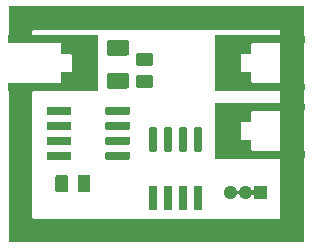
<source format=gbr>
G04 #@! TF.GenerationSoftware,KiCad,Pcbnew,5.1.5*
G04 #@! TF.CreationDate,2020-06-30T22:23:49+09:00*
G04 #@! TF.ProjectId,teabiscuits,74656162-6973-4637-9569-74732e6b6963,rev?*
G04 #@! TF.SameCoordinates,Original*
G04 #@! TF.FileFunction,Soldermask,Top*
G04 #@! TF.FilePolarity,Negative*
%FSLAX46Y46*%
G04 Gerber Fmt 4.6, Leading zero omitted, Abs format (unit mm)*
G04 Created by KiCad (PCBNEW 5.1.5) date 2020-06-30 22:23:49*
%MOMM*%
%LPD*%
G04 APERTURE LIST*
%ADD10C,0.100000*%
G04 APERTURE END LIST*
D10*
G36*
X177000000Y-128134903D02*
G01*
X177002402Y-128159289D01*
X177009515Y-128182738D01*
X177021066Y-128204349D01*
X177028880Y-128213870D01*
X177028425Y-128214243D01*
X177042610Y-128231528D01*
X177047348Y-128240392D01*
X177050263Y-128250001D01*
X177051852Y-128266140D01*
X177051852Y-128803860D01*
X177050263Y-128819999D01*
X177047348Y-128829608D01*
X177042610Y-128838472D01*
X177028742Y-128855370D01*
X177028653Y-128855459D01*
X177028577Y-128855571D01*
X177028425Y-128855757D01*
X177028443Y-128855771D01*
X177014967Y-128875786D01*
X177005511Y-128898392D01*
X177000646Y-128922408D01*
X177000000Y-128935097D01*
X177000000Y-132184903D01*
X177002402Y-132209289D01*
X177009515Y-132232738D01*
X177021066Y-132254349D01*
X177028880Y-132263870D01*
X177028425Y-132264243D01*
X177042610Y-132281528D01*
X177047348Y-132290392D01*
X177050263Y-132300001D01*
X177051852Y-132316140D01*
X177051852Y-132853860D01*
X177050263Y-132869999D01*
X177047348Y-132879608D01*
X177042610Y-132888472D01*
X177028742Y-132905370D01*
X177028653Y-132905459D01*
X177028577Y-132905571D01*
X177028425Y-132905757D01*
X177028443Y-132905771D01*
X177014967Y-132925786D01*
X177005511Y-132948392D01*
X177000646Y-132972408D01*
X177000000Y-132985097D01*
X177000000Y-133874903D01*
X177002402Y-133899289D01*
X177009515Y-133922738D01*
X177021066Y-133944349D01*
X177028880Y-133953870D01*
X177028425Y-133954243D01*
X177042610Y-133971528D01*
X177047348Y-133980392D01*
X177050263Y-133990001D01*
X177051852Y-134006140D01*
X177051852Y-134543860D01*
X177050263Y-134559999D01*
X177047348Y-134569608D01*
X177042610Y-134578472D01*
X177028742Y-134595370D01*
X177028653Y-134595459D01*
X177028577Y-134595571D01*
X177028425Y-134595757D01*
X177028443Y-134595771D01*
X177014967Y-134615786D01*
X177005511Y-134638392D01*
X177000646Y-134662408D01*
X177000000Y-134675097D01*
X177000000Y-137924903D01*
X177002402Y-137949289D01*
X177009515Y-137972738D01*
X177021066Y-137994349D01*
X177028880Y-138003870D01*
X177028425Y-138004243D01*
X177042610Y-138021528D01*
X177047348Y-138030392D01*
X177050263Y-138040001D01*
X177051852Y-138056140D01*
X177051852Y-138593860D01*
X177050263Y-138609999D01*
X177047348Y-138619608D01*
X177042610Y-138628472D01*
X177028742Y-138645370D01*
X177028653Y-138645459D01*
X177028577Y-138645571D01*
X177028425Y-138645757D01*
X177028443Y-138645771D01*
X177014967Y-138665786D01*
X177005511Y-138688392D01*
X177000646Y-138712408D01*
X177000000Y-138725097D01*
X177000000Y-145750000D01*
X152000000Y-145750000D01*
X152000000Y-132985097D01*
X151997598Y-132960711D01*
X151990485Y-132937262D01*
X151978934Y-132915651D01*
X151971120Y-132906130D01*
X151971575Y-132905757D01*
X151957390Y-132888472D01*
X151952652Y-132879608D01*
X151949737Y-132869999D01*
X151948148Y-132853860D01*
X151948148Y-132316140D01*
X151949737Y-132300001D01*
X151952652Y-132290392D01*
X151957390Y-132281528D01*
X151963763Y-132273763D01*
X151971528Y-132267390D01*
X151980392Y-132262652D01*
X151990001Y-132259737D01*
X152006140Y-132258148D01*
X156323149Y-132258148D01*
X156347535Y-132255746D01*
X156370984Y-132248633D01*
X156392595Y-132237082D01*
X156411537Y-132221537D01*
X156427082Y-132202595D01*
X156438633Y-132180984D01*
X156445746Y-132157535D01*
X156448148Y-132133149D01*
X156448148Y-131386140D01*
X156449737Y-131370001D01*
X156452652Y-131360392D01*
X156457390Y-131351528D01*
X156463763Y-131343763D01*
X156471528Y-131337390D01*
X156480392Y-131332652D01*
X156490001Y-131329737D01*
X156506140Y-131328148D01*
X157224001Y-131328148D01*
X157248387Y-131325746D01*
X157271836Y-131318633D01*
X157293447Y-131307082D01*
X157312389Y-131291537D01*
X157327934Y-131272595D01*
X157339485Y-131250984D01*
X157346598Y-131227535D01*
X157349000Y-131203149D01*
X157349000Y-129916851D01*
X157346598Y-129892465D01*
X157339485Y-129869016D01*
X157327934Y-129847405D01*
X157312389Y-129828463D01*
X157293447Y-129812918D01*
X157271836Y-129801367D01*
X157248387Y-129794254D01*
X157224001Y-129791852D01*
X156506140Y-129791852D01*
X156490001Y-129790263D01*
X156480392Y-129787348D01*
X156471528Y-129782610D01*
X156463763Y-129776237D01*
X156457390Y-129768472D01*
X156452652Y-129759608D01*
X156449737Y-129749999D01*
X156448148Y-129733860D01*
X156448148Y-128986851D01*
X156445746Y-128962465D01*
X156438633Y-128939016D01*
X156427082Y-128917405D01*
X156411537Y-128898463D01*
X156392595Y-128882918D01*
X156370984Y-128871367D01*
X156347535Y-128864254D01*
X156323149Y-128861852D01*
X152006140Y-128861852D01*
X151990001Y-128860263D01*
X151980392Y-128857348D01*
X151971528Y-128852610D01*
X151963763Y-128846237D01*
X151957390Y-128838472D01*
X151952652Y-128829608D01*
X151949737Y-128819999D01*
X151948148Y-128803860D01*
X151948148Y-128266140D01*
X151949737Y-128250001D01*
X151952652Y-128240392D01*
X151957390Y-128231528D01*
X151971258Y-128214630D01*
X151971347Y-128214541D01*
X151971423Y-128214429D01*
X151971575Y-128214243D01*
X151971557Y-128214229D01*
X151985033Y-128194214D01*
X151994489Y-128171608D01*
X151999354Y-128147592D01*
X152000000Y-128134903D01*
X152000000Y-127874999D01*
X154000000Y-127874999D01*
X154000000Y-128083149D01*
X154002402Y-128107535D01*
X154009515Y-128130984D01*
X154021066Y-128152595D01*
X154036611Y-128171537D01*
X154055553Y-128187082D01*
X154077164Y-128198633D01*
X154100613Y-128205746D01*
X154124999Y-128208148D01*
X159493860Y-128208148D01*
X159509999Y-128209737D01*
X159519608Y-128212652D01*
X159528472Y-128217390D01*
X159536237Y-128223763D01*
X159542610Y-128231528D01*
X159547348Y-128240392D01*
X159550263Y-128250001D01*
X159551852Y-128266140D01*
X159551852Y-129733860D01*
X159550263Y-129749999D01*
X159547347Y-129759611D01*
X159539080Y-129775077D01*
X159529702Y-129797715D01*
X159524922Y-129821749D01*
X159524922Y-129846253D01*
X159529702Y-129870286D01*
X159539080Y-129892925D01*
X159551000Y-129910765D01*
X159551000Y-131209712D01*
X159545386Y-131216553D01*
X159533835Y-131238164D01*
X159526722Y-131261613D01*
X159524320Y-131285999D01*
X159526722Y-131310385D01*
X159533835Y-131333834D01*
X159539080Y-131344923D01*
X159547347Y-131360389D01*
X159550263Y-131370001D01*
X159551852Y-131386140D01*
X159551852Y-132853860D01*
X159550263Y-132869999D01*
X159547348Y-132879608D01*
X159542610Y-132888472D01*
X159536237Y-132896237D01*
X159528472Y-132902610D01*
X159519608Y-132907348D01*
X159509999Y-132910263D01*
X159493860Y-132911852D01*
X154124999Y-132911852D01*
X154100613Y-132914254D01*
X154077164Y-132921367D01*
X154055553Y-132932918D01*
X154036611Y-132948463D01*
X154021066Y-132967405D01*
X154009515Y-132989016D01*
X154002402Y-133012465D01*
X154000000Y-133036851D01*
X154000000Y-143625001D01*
X154002402Y-143649387D01*
X154009515Y-143672836D01*
X154021066Y-143694447D01*
X154036611Y-143713389D01*
X154055553Y-143728934D01*
X154077164Y-143740485D01*
X154100613Y-143747598D01*
X154124999Y-143750000D01*
X174875001Y-143750000D01*
X174899387Y-143747598D01*
X174922836Y-143740485D01*
X174944447Y-143728934D01*
X174963389Y-143713389D01*
X174978934Y-143694447D01*
X174990485Y-143672836D01*
X174997598Y-143649387D01*
X175000000Y-143625001D01*
X175000000Y-138776851D01*
X174997598Y-138752465D01*
X174990485Y-138729016D01*
X174978934Y-138707405D01*
X174963389Y-138688463D01*
X174944447Y-138672918D01*
X174922836Y-138661367D01*
X174899387Y-138654254D01*
X174875001Y-138651852D01*
X169506140Y-138651852D01*
X169490001Y-138650263D01*
X169480392Y-138647348D01*
X169471528Y-138642610D01*
X169463763Y-138636237D01*
X169457390Y-138628472D01*
X169452652Y-138619608D01*
X169449737Y-138609999D01*
X169448148Y-138593860D01*
X169448148Y-137126140D01*
X169449737Y-137110001D01*
X169452653Y-137100389D01*
X169460920Y-137084923D01*
X169470298Y-137062285D01*
X169475078Y-137038251D01*
X169475078Y-137013747D01*
X169470298Y-136989714D01*
X169460920Y-136967075D01*
X169449000Y-136949235D01*
X169449000Y-135656851D01*
X171651000Y-135656851D01*
X171651000Y-136943149D01*
X171653402Y-136967535D01*
X171660515Y-136990984D01*
X171672066Y-137012595D01*
X171687611Y-137031537D01*
X171706553Y-137047082D01*
X171728164Y-137058633D01*
X171751613Y-137065746D01*
X171775999Y-137068148D01*
X172493860Y-137068148D01*
X172509999Y-137069737D01*
X172519608Y-137072652D01*
X172528472Y-137077390D01*
X172536237Y-137083763D01*
X172542610Y-137091528D01*
X172547348Y-137100392D01*
X172550263Y-137110001D01*
X172551852Y-137126140D01*
X172551852Y-137873149D01*
X172554254Y-137897535D01*
X172561367Y-137920984D01*
X172572918Y-137942595D01*
X172588463Y-137961537D01*
X172607405Y-137977082D01*
X172629016Y-137988633D01*
X172652465Y-137995746D01*
X172676851Y-137998148D01*
X174875001Y-137998148D01*
X174899387Y-137995746D01*
X174922836Y-137988633D01*
X174944447Y-137977082D01*
X174963389Y-137961537D01*
X174978934Y-137942595D01*
X174990485Y-137920984D01*
X174997598Y-137897535D01*
X175000000Y-137873149D01*
X175000000Y-134726851D01*
X174997598Y-134702465D01*
X174990485Y-134679016D01*
X174978934Y-134657405D01*
X174963389Y-134638463D01*
X174944447Y-134622918D01*
X174922836Y-134611367D01*
X174899387Y-134604254D01*
X174875001Y-134601852D01*
X172676851Y-134601852D01*
X172652465Y-134604254D01*
X172629016Y-134611367D01*
X172607405Y-134622918D01*
X172588463Y-134638463D01*
X172572918Y-134657405D01*
X172561367Y-134679016D01*
X172554254Y-134702465D01*
X172551852Y-134726851D01*
X172551852Y-135473860D01*
X172550263Y-135489999D01*
X172547348Y-135499608D01*
X172542610Y-135508472D01*
X172536237Y-135516237D01*
X172528472Y-135522610D01*
X172519608Y-135527348D01*
X172509999Y-135530263D01*
X172493860Y-135531852D01*
X171775999Y-135531852D01*
X171751613Y-135534254D01*
X171728164Y-135541367D01*
X171706553Y-135552918D01*
X171687611Y-135568463D01*
X171672066Y-135587405D01*
X171660515Y-135609016D01*
X171653402Y-135632465D01*
X171651000Y-135656851D01*
X169449000Y-135656851D01*
X169449000Y-135650288D01*
X169454614Y-135643447D01*
X169466165Y-135621836D01*
X169473278Y-135598387D01*
X169475680Y-135574001D01*
X169473278Y-135549615D01*
X169466165Y-135526166D01*
X169460920Y-135515077D01*
X169452653Y-135499611D01*
X169449737Y-135489999D01*
X169448148Y-135473860D01*
X169448148Y-134006140D01*
X169449737Y-133990001D01*
X169452652Y-133980392D01*
X169457390Y-133971528D01*
X169463763Y-133963763D01*
X169471528Y-133957390D01*
X169480392Y-133952652D01*
X169490001Y-133949737D01*
X169506140Y-133948148D01*
X174875001Y-133948148D01*
X174899387Y-133945746D01*
X174922836Y-133938633D01*
X174944447Y-133927082D01*
X174963389Y-133911537D01*
X174978934Y-133892595D01*
X174990485Y-133870984D01*
X174997598Y-133847535D01*
X175000000Y-133823149D01*
X175000000Y-133036851D01*
X174997598Y-133012465D01*
X174990485Y-132989016D01*
X174978934Y-132967405D01*
X174963389Y-132948463D01*
X174944447Y-132932918D01*
X174922836Y-132921367D01*
X174899387Y-132914254D01*
X174875001Y-132911852D01*
X169506140Y-132911852D01*
X169490001Y-132910263D01*
X169480392Y-132907348D01*
X169471528Y-132902610D01*
X169463763Y-132896237D01*
X169457390Y-132888472D01*
X169452652Y-132879608D01*
X169449737Y-132869999D01*
X169448148Y-132853860D01*
X169448148Y-131386140D01*
X169449737Y-131370001D01*
X169452653Y-131360389D01*
X169460920Y-131344923D01*
X169470298Y-131322285D01*
X169475078Y-131298251D01*
X169475078Y-131273747D01*
X169470298Y-131249714D01*
X169460920Y-131227075D01*
X169449000Y-131209235D01*
X169449000Y-129916851D01*
X171651000Y-129916851D01*
X171651000Y-131203149D01*
X171653402Y-131227535D01*
X171660515Y-131250984D01*
X171672066Y-131272595D01*
X171687611Y-131291537D01*
X171706553Y-131307082D01*
X171728164Y-131318633D01*
X171751613Y-131325746D01*
X171775999Y-131328148D01*
X172493860Y-131328148D01*
X172509999Y-131329737D01*
X172519608Y-131332652D01*
X172528472Y-131337390D01*
X172536237Y-131343763D01*
X172542610Y-131351528D01*
X172547348Y-131360392D01*
X172550263Y-131370001D01*
X172551852Y-131386140D01*
X172551852Y-132133149D01*
X172554254Y-132157535D01*
X172561367Y-132180984D01*
X172572918Y-132202595D01*
X172588463Y-132221537D01*
X172607405Y-132237082D01*
X172629016Y-132248633D01*
X172652465Y-132255746D01*
X172676851Y-132258148D01*
X174875001Y-132258148D01*
X174899387Y-132255746D01*
X174922836Y-132248633D01*
X174944447Y-132237082D01*
X174963389Y-132221537D01*
X174978934Y-132202595D01*
X174990485Y-132180984D01*
X174997598Y-132157535D01*
X175000000Y-132133149D01*
X175000000Y-128986851D01*
X174997598Y-128962465D01*
X174990485Y-128939016D01*
X174978934Y-128917405D01*
X174963389Y-128898463D01*
X174944447Y-128882918D01*
X174922836Y-128871367D01*
X174899387Y-128864254D01*
X174875001Y-128861852D01*
X172676851Y-128861852D01*
X172652465Y-128864254D01*
X172629016Y-128871367D01*
X172607405Y-128882918D01*
X172588463Y-128898463D01*
X172572918Y-128917405D01*
X172561367Y-128939016D01*
X172554254Y-128962465D01*
X172551852Y-128986851D01*
X172551852Y-129733860D01*
X172550263Y-129749999D01*
X172547348Y-129759608D01*
X172542610Y-129768472D01*
X172536237Y-129776237D01*
X172528472Y-129782610D01*
X172519608Y-129787348D01*
X172509999Y-129790263D01*
X172493860Y-129791852D01*
X171775999Y-129791852D01*
X171751613Y-129794254D01*
X171728164Y-129801367D01*
X171706553Y-129812918D01*
X171687611Y-129828463D01*
X171672066Y-129847405D01*
X171660515Y-129869016D01*
X171653402Y-129892465D01*
X171651000Y-129916851D01*
X169449000Y-129916851D01*
X169449000Y-129910288D01*
X169454614Y-129903447D01*
X169466165Y-129881836D01*
X169473278Y-129858387D01*
X169475680Y-129834001D01*
X169473278Y-129809615D01*
X169466165Y-129786166D01*
X169460920Y-129775077D01*
X169452653Y-129759611D01*
X169449737Y-129749999D01*
X169448148Y-129733860D01*
X169448148Y-128266140D01*
X169449737Y-128250001D01*
X169452652Y-128240392D01*
X169457390Y-128231528D01*
X169463763Y-128223763D01*
X169471528Y-128217390D01*
X169480392Y-128212652D01*
X169490001Y-128209737D01*
X169506140Y-128208148D01*
X174875001Y-128208148D01*
X174899387Y-128205746D01*
X174922836Y-128198633D01*
X174944447Y-128187082D01*
X174963389Y-128171537D01*
X174978934Y-128152595D01*
X174990485Y-128130984D01*
X174997598Y-128107535D01*
X175000000Y-128083149D01*
X175000000Y-127874999D01*
X174997598Y-127850613D01*
X174990485Y-127827164D01*
X174978934Y-127805553D01*
X174963389Y-127786611D01*
X174944447Y-127771066D01*
X174922836Y-127759515D01*
X174899387Y-127752402D01*
X174875001Y-127750000D01*
X154124999Y-127750000D01*
X154100613Y-127752402D01*
X154077164Y-127759515D01*
X154055553Y-127771066D01*
X154036611Y-127786611D01*
X154021066Y-127805553D01*
X154009515Y-127827164D01*
X154002402Y-127850613D01*
X154000000Y-127874999D01*
X152000000Y-127874999D01*
X152000000Y-125750000D01*
X177000000Y-125750000D01*
X177000000Y-128134903D01*
G37*
G36*
X167029928Y-140951764D02*
G01*
X167051009Y-140958160D01*
X167070445Y-140968548D01*
X167087476Y-140982524D01*
X167101452Y-140999555D01*
X167111840Y-141018991D01*
X167118236Y-141040072D01*
X167121000Y-141068140D01*
X167121000Y-142881860D01*
X167118236Y-142909928D01*
X167111840Y-142931009D01*
X167101452Y-142950445D01*
X167087476Y-142967476D01*
X167070445Y-142981452D01*
X167051009Y-142991840D01*
X167029928Y-142998236D01*
X167001860Y-143001000D01*
X166538140Y-143001000D01*
X166510072Y-142998236D01*
X166488991Y-142991840D01*
X166469555Y-142981452D01*
X166452524Y-142967476D01*
X166438548Y-142950445D01*
X166428160Y-142931009D01*
X166421764Y-142909928D01*
X166419000Y-142881860D01*
X166419000Y-141068140D01*
X166421764Y-141040072D01*
X166428160Y-141018991D01*
X166438548Y-140999555D01*
X166452524Y-140982524D01*
X166469555Y-140968548D01*
X166488991Y-140958160D01*
X166510072Y-140951764D01*
X166538140Y-140949000D01*
X167001860Y-140949000D01*
X167029928Y-140951764D01*
G37*
G36*
X165759928Y-140951764D02*
G01*
X165781009Y-140958160D01*
X165800445Y-140968548D01*
X165817476Y-140982524D01*
X165831452Y-140999555D01*
X165841840Y-141018991D01*
X165848236Y-141040072D01*
X165851000Y-141068140D01*
X165851000Y-142881860D01*
X165848236Y-142909928D01*
X165841840Y-142931009D01*
X165831452Y-142950445D01*
X165817476Y-142967476D01*
X165800445Y-142981452D01*
X165781009Y-142991840D01*
X165759928Y-142998236D01*
X165731860Y-143001000D01*
X165268140Y-143001000D01*
X165240072Y-142998236D01*
X165218991Y-142991840D01*
X165199555Y-142981452D01*
X165182524Y-142967476D01*
X165168548Y-142950445D01*
X165158160Y-142931009D01*
X165151764Y-142909928D01*
X165149000Y-142881860D01*
X165149000Y-141068140D01*
X165151764Y-141040072D01*
X165158160Y-141018991D01*
X165168548Y-140999555D01*
X165182524Y-140982524D01*
X165199555Y-140968548D01*
X165218991Y-140958160D01*
X165240072Y-140951764D01*
X165268140Y-140949000D01*
X165731860Y-140949000D01*
X165759928Y-140951764D01*
G37*
G36*
X164489928Y-140951764D02*
G01*
X164511009Y-140958160D01*
X164530445Y-140968548D01*
X164547476Y-140982524D01*
X164561452Y-140999555D01*
X164571840Y-141018991D01*
X164578236Y-141040072D01*
X164581000Y-141068140D01*
X164581000Y-142881860D01*
X164578236Y-142909928D01*
X164571840Y-142931009D01*
X164561452Y-142950445D01*
X164547476Y-142967476D01*
X164530445Y-142981452D01*
X164511009Y-142991840D01*
X164489928Y-142998236D01*
X164461860Y-143001000D01*
X163998140Y-143001000D01*
X163970072Y-142998236D01*
X163948991Y-142991840D01*
X163929555Y-142981452D01*
X163912524Y-142967476D01*
X163898548Y-142950445D01*
X163888160Y-142931009D01*
X163881764Y-142909928D01*
X163879000Y-142881860D01*
X163879000Y-141068140D01*
X163881764Y-141040072D01*
X163888160Y-141018991D01*
X163898548Y-140999555D01*
X163912524Y-140982524D01*
X163929555Y-140968548D01*
X163948991Y-140958160D01*
X163970072Y-140951764D01*
X163998140Y-140949000D01*
X164461860Y-140949000D01*
X164489928Y-140951764D01*
G37*
G36*
X168299928Y-140951764D02*
G01*
X168321009Y-140958160D01*
X168340445Y-140968548D01*
X168357476Y-140982524D01*
X168371452Y-140999555D01*
X168381840Y-141018991D01*
X168388236Y-141040072D01*
X168391000Y-141068140D01*
X168391000Y-142881860D01*
X168388236Y-142909928D01*
X168381840Y-142931009D01*
X168371452Y-142950445D01*
X168357476Y-142967476D01*
X168340445Y-142981452D01*
X168321009Y-142991840D01*
X168299928Y-142998236D01*
X168271860Y-143001000D01*
X167808140Y-143001000D01*
X167780072Y-142998236D01*
X167758991Y-142991840D01*
X167739555Y-142981452D01*
X167722524Y-142967476D01*
X167708548Y-142950445D01*
X167698160Y-142931009D01*
X167691764Y-142909928D01*
X167689000Y-142881860D01*
X167689000Y-141068140D01*
X167691764Y-141040072D01*
X167698160Y-141018991D01*
X167708548Y-140999555D01*
X167722524Y-140982524D01*
X167739555Y-140968548D01*
X167758991Y-140958160D01*
X167780072Y-140951764D01*
X167808140Y-140949000D01*
X168271860Y-140949000D01*
X168299928Y-140951764D01*
G37*
G36*
X170945721Y-140970174D02*
G01*
X171045995Y-141011709D01*
X171045996Y-141011710D01*
X171136242Y-141072010D01*
X171212990Y-141148758D01*
X171212991Y-141148760D01*
X171273291Y-141239005D01*
X171304516Y-141314389D01*
X171316067Y-141336000D01*
X171331612Y-141354941D01*
X171350554Y-141370487D01*
X171372165Y-141382038D01*
X171395614Y-141389151D01*
X171420000Y-141391553D01*
X171444386Y-141389151D01*
X171467835Y-141382038D01*
X171489446Y-141370487D01*
X171508387Y-141354942D01*
X171523933Y-141336000D01*
X171535484Y-141314389D01*
X171566709Y-141239005D01*
X171627009Y-141148760D01*
X171627010Y-141148758D01*
X171703758Y-141072010D01*
X171794004Y-141011710D01*
X171794005Y-141011709D01*
X171894279Y-140970174D01*
X172000730Y-140949000D01*
X172109270Y-140949000D01*
X172215721Y-140970174D01*
X172315995Y-141011709D01*
X172315996Y-141011710D01*
X172406242Y-141072010D01*
X172482990Y-141148758D01*
X172482991Y-141148760D01*
X172545068Y-141241664D01*
X172560614Y-141260606D01*
X172579556Y-141276151D01*
X172601167Y-141287702D01*
X172624615Y-141294815D01*
X172649002Y-141297217D01*
X172673388Y-141294815D01*
X172696837Y-141287702D01*
X172718447Y-141276151D01*
X172737389Y-141260605D01*
X172752934Y-141241663D01*
X172764485Y-141220052D01*
X172771598Y-141196604D01*
X172774000Y-141172218D01*
X172774000Y-140949000D01*
X173876000Y-140949000D01*
X173876000Y-142051000D01*
X172774000Y-142051000D01*
X172774000Y-141827782D01*
X172771598Y-141803396D01*
X172764485Y-141779947D01*
X172752934Y-141758336D01*
X172737389Y-141739394D01*
X172718447Y-141723849D01*
X172696836Y-141712298D01*
X172673387Y-141705185D01*
X172649001Y-141702783D01*
X172624615Y-141705185D01*
X172601166Y-141712298D01*
X172579555Y-141723849D01*
X172560613Y-141739394D01*
X172545068Y-141758336D01*
X172503988Y-141819816D01*
X172482990Y-141851242D01*
X172406242Y-141927990D01*
X172360812Y-141958345D01*
X172315995Y-141988291D01*
X172215721Y-142029826D01*
X172109270Y-142051000D01*
X172000730Y-142051000D01*
X171894279Y-142029826D01*
X171794005Y-141988291D01*
X171749188Y-141958345D01*
X171703758Y-141927990D01*
X171627010Y-141851242D01*
X171595041Y-141803396D01*
X171566709Y-141760995D01*
X171535484Y-141685611D01*
X171523933Y-141664000D01*
X171508388Y-141645059D01*
X171489446Y-141629513D01*
X171467835Y-141617962D01*
X171444386Y-141610849D01*
X171420000Y-141608447D01*
X171395614Y-141610849D01*
X171372165Y-141617962D01*
X171350554Y-141629513D01*
X171331613Y-141645058D01*
X171316067Y-141664000D01*
X171304516Y-141685611D01*
X171273291Y-141760995D01*
X171244959Y-141803396D01*
X171212990Y-141851242D01*
X171136242Y-141927990D01*
X171090812Y-141958345D01*
X171045995Y-141988291D01*
X170945721Y-142029826D01*
X170839270Y-142051000D01*
X170730730Y-142051000D01*
X170624279Y-142029826D01*
X170524005Y-141988291D01*
X170479188Y-141958345D01*
X170433758Y-141927990D01*
X170357010Y-141851242D01*
X170325041Y-141803396D01*
X170296709Y-141760995D01*
X170255174Y-141660721D01*
X170234000Y-141554270D01*
X170234000Y-141445730D01*
X170255174Y-141339279D01*
X170296709Y-141239005D01*
X170357009Y-141148760D01*
X170357010Y-141148758D01*
X170433758Y-141072010D01*
X170524004Y-141011710D01*
X170524005Y-141011709D01*
X170624279Y-140970174D01*
X170730730Y-140949000D01*
X170839270Y-140949000D01*
X170945721Y-140970174D01*
G37*
G36*
X158746968Y-140003565D02*
G01*
X158785638Y-140015296D01*
X158821277Y-140034346D01*
X158852517Y-140059983D01*
X158878154Y-140091223D01*
X158897204Y-140126862D01*
X158908935Y-140165532D01*
X158913500Y-140211888D01*
X158913500Y-141288112D01*
X158908935Y-141334468D01*
X158897204Y-141373138D01*
X158878154Y-141408777D01*
X158852517Y-141440017D01*
X158821277Y-141465654D01*
X158785638Y-141484704D01*
X158746968Y-141496435D01*
X158700612Y-141501000D01*
X158049388Y-141501000D01*
X158003032Y-141496435D01*
X157964362Y-141484704D01*
X157928723Y-141465654D01*
X157897483Y-141440017D01*
X157871846Y-141408777D01*
X157852796Y-141373138D01*
X157841065Y-141334468D01*
X157836500Y-141288112D01*
X157836500Y-140211888D01*
X157841065Y-140165532D01*
X157852796Y-140126862D01*
X157871846Y-140091223D01*
X157897483Y-140059983D01*
X157928723Y-140034346D01*
X157964362Y-140015296D01*
X158003032Y-140003565D01*
X158049388Y-139999000D01*
X158700612Y-139999000D01*
X158746968Y-140003565D01*
G37*
G36*
X156871968Y-140003565D02*
G01*
X156910638Y-140015296D01*
X156946277Y-140034346D01*
X156977517Y-140059983D01*
X157003154Y-140091223D01*
X157022204Y-140126862D01*
X157033935Y-140165532D01*
X157038500Y-140211888D01*
X157038500Y-141288112D01*
X157033935Y-141334468D01*
X157022204Y-141373138D01*
X157003154Y-141408777D01*
X156977517Y-141440017D01*
X156946277Y-141465654D01*
X156910638Y-141484704D01*
X156871968Y-141496435D01*
X156825612Y-141501000D01*
X156174388Y-141501000D01*
X156128032Y-141496435D01*
X156089362Y-141484704D01*
X156053723Y-141465654D01*
X156022483Y-141440017D01*
X155996846Y-141408777D01*
X155977796Y-141373138D01*
X155966065Y-141334468D01*
X155961500Y-141288112D01*
X155961500Y-140211888D01*
X155966065Y-140165532D01*
X155977796Y-140126862D01*
X155996846Y-140091223D01*
X156022483Y-140059983D01*
X156053723Y-140034346D01*
X156089362Y-140015296D01*
X156128032Y-140003565D01*
X156174388Y-139999000D01*
X156825612Y-139999000D01*
X156871968Y-140003565D01*
G37*
G36*
X157209928Y-138056764D02*
G01*
X157231009Y-138063160D01*
X157250445Y-138073548D01*
X157267476Y-138087524D01*
X157281452Y-138104555D01*
X157291840Y-138123991D01*
X157298236Y-138145072D01*
X157301000Y-138173140D01*
X157301000Y-138636860D01*
X157298236Y-138664928D01*
X157291840Y-138686009D01*
X157281452Y-138705445D01*
X157267476Y-138722476D01*
X157250445Y-138736452D01*
X157231009Y-138746840D01*
X157209928Y-138753236D01*
X157181860Y-138756000D01*
X155368140Y-138756000D01*
X155340072Y-138753236D01*
X155318991Y-138746840D01*
X155299555Y-138736452D01*
X155282524Y-138722476D01*
X155268548Y-138705445D01*
X155258160Y-138686009D01*
X155251764Y-138664928D01*
X155249000Y-138636860D01*
X155249000Y-138173140D01*
X155251764Y-138145072D01*
X155258160Y-138123991D01*
X155268548Y-138104555D01*
X155282524Y-138087524D01*
X155299555Y-138073548D01*
X155318991Y-138063160D01*
X155340072Y-138056764D01*
X155368140Y-138054000D01*
X157181860Y-138054000D01*
X157209928Y-138056764D01*
G37*
G36*
X162159928Y-138056764D02*
G01*
X162181009Y-138063160D01*
X162200445Y-138073548D01*
X162217476Y-138087524D01*
X162231452Y-138104555D01*
X162241840Y-138123991D01*
X162248236Y-138145072D01*
X162251000Y-138173140D01*
X162251000Y-138636860D01*
X162248236Y-138664928D01*
X162241840Y-138686009D01*
X162231452Y-138705445D01*
X162217476Y-138722476D01*
X162200445Y-138736452D01*
X162181009Y-138746840D01*
X162159928Y-138753236D01*
X162131860Y-138756000D01*
X160318140Y-138756000D01*
X160290072Y-138753236D01*
X160268991Y-138746840D01*
X160249555Y-138736452D01*
X160232524Y-138722476D01*
X160218548Y-138705445D01*
X160208160Y-138686009D01*
X160201764Y-138664928D01*
X160199000Y-138636860D01*
X160199000Y-138173140D01*
X160201764Y-138145072D01*
X160208160Y-138123991D01*
X160218548Y-138104555D01*
X160232524Y-138087524D01*
X160249555Y-138073548D01*
X160268991Y-138063160D01*
X160290072Y-138056764D01*
X160318140Y-138054000D01*
X162131860Y-138054000D01*
X162159928Y-138056764D01*
G37*
G36*
X164489928Y-136001764D02*
G01*
X164511009Y-136008160D01*
X164530445Y-136018548D01*
X164547476Y-136032524D01*
X164561452Y-136049555D01*
X164571840Y-136068991D01*
X164578236Y-136090072D01*
X164581000Y-136118140D01*
X164581000Y-137931860D01*
X164578236Y-137959928D01*
X164571840Y-137981009D01*
X164561452Y-138000445D01*
X164547476Y-138017476D01*
X164530445Y-138031452D01*
X164511009Y-138041840D01*
X164489928Y-138048236D01*
X164461860Y-138051000D01*
X163998140Y-138051000D01*
X163970072Y-138048236D01*
X163948991Y-138041840D01*
X163929555Y-138031452D01*
X163912524Y-138017476D01*
X163898548Y-138000445D01*
X163888160Y-137981009D01*
X163881764Y-137959928D01*
X163879000Y-137931860D01*
X163879000Y-136118140D01*
X163881764Y-136090072D01*
X163888160Y-136068991D01*
X163898548Y-136049555D01*
X163912524Y-136032524D01*
X163929555Y-136018548D01*
X163948991Y-136008160D01*
X163970072Y-136001764D01*
X163998140Y-135999000D01*
X164461860Y-135999000D01*
X164489928Y-136001764D01*
G37*
G36*
X165759928Y-136001764D02*
G01*
X165781009Y-136008160D01*
X165800445Y-136018548D01*
X165817476Y-136032524D01*
X165831452Y-136049555D01*
X165841840Y-136068991D01*
X165848236Y-136090072D01*
X165851000Y-136118140D01*
X165851000Y-137931860D01*
X165848236Y-137959928D01*
X165841840Y-137981009D01*
X165831452Y-138000445D01*
X165817476Y-138017476D01*
X165800445Y-138031452D01*
X165781009Y-138041840D01*
X165759928Y-138048236D01*
X165731860Y-138051000D01*
X165268140Y-138051000D01*
X165240072Y-138048236D01*
X165218991Y-138041840D01*
X165199555Y-138031452D01*
X165182524Y-138017476D01*
X165168548Y-138000445D01*
X165158160Y-137981009D01*
X165151764Y-137959928D01*
X165149000Y-137931860D01*
X165149000Y-136118140D01*
X165151764Y-136090072D01*
X165158160Y-136068991D01*
X165168548Y-136049555D01*
X165182524Y-136032524D01*
X165199555Y-136018548D01*
X165218991Y-136008160D01*
X165240072Y-136001764D01*
X165268140Y-135999000D01*
X165731860Y-135999000D01*
X165759928Y-136001764D01*
G37*
G36*
X167029928Y-136001764D02*
G01*
X167051009Y-136008160D01*
X167070445Y-136018548D01*
X167087476Y-136032524D01*
X167101452Y-136049555D01*
X167111840Y-136068991D01*
X167118236Y-136090072D01*
X167121000Y-136118140D01*
X167121000Y-137931860D01*
X167118236Y-137959928D01*
X167111840Y-137981009D01*
X167101452Y-138000445D01*
X167087476Y-138017476D01*
X167070445Y-138031452D01*
X167051009Y-138041840D01*
X167029928Y-138048236D01*
X167001860Y-138051000D01*
X166538140Y-138051000D01*
X166510072Y-138048236D01*
X166488991Y-138041840D01*
X166469555Y-138031452D01*
X166452524Y-138017476D01*
X166438548Y-138000445D01*
X166428160Y-137981009D01*
X166421764Y-137959928D01*
X166419000Y-137931860D01*
X166419000Y-136118140D01*
X166421764Y-136090072D01*
X166428160Y-136068991D01*
X166438548Y-136049555D01*
X166452524Y-136032524D01*
X166469555Y-136018548D01*
X166488991Y-136008160D01*
X166510072Y-136001764D01*
X166538140Y-135999000D01*
X167001860Y-135999000D01*
X167029928Y-136001764D01*
G37*
G36*
X168299928Y-136001764D02*
G01*
X168321009Y-136008160D01*
X168340445Y-136018548D01*
X168357476Y-136032524D01*
X168371452Y-136049555D01*
X168381840Y-136068991D01*
X168388236Y-136090072D01*
X168391000Y-136118140D01*
X168391000Y-137931860D01*
X168388236Y-137959928D01*
X168381840Y-137981009D01*
X168371452Y-138000445D01*
X168357476Y-138017476D01*
X168340445Y-138031452D01*
X168321009Y-138041840D01*
X168299928Y-138048236D01*
X168271860Y-138051000D01*
X167808140Y-138051000D01*
X167780072Y-138048236D01*
X167758991Y-138041840D01*
X167739555Y-138031452D01*
X167722524Y-138017476D01*
X167708548Y-138000445D01*
X167698160Y-137981009D01*
X167691764Y-137959928D01*
X167689000Y-137931860D01*
X167689000Y-136118140D01*
X167691764Y-136090072D01*
X167698160Y-136068991D01*
X167708548Y-136049555D01*
X167722524Y-136032524D01*
X167739555Y-136018548D01*
X167758991Y-136008160D01*
X167780072Y-136001764D01*
X167808140Y-135999000D01*
X168271860Y-135999000D01*
X168299928Y-136001764D01*
G37*
G36*
X162159928Y-136786764D02*
G01*
X162181009Y-136793160D01*
X162200445Y-136803548D01*
X162217476Y-136817524D01*
X162231452Y-136834555D01*
X162241840Y-136853991D01*
X162248236Y-136875072D01*
X162251000Y-136903140D01*
X162251000Y-137366860D01*
X162248236Y-137394928D01*
X162241840Y-137416009D01*
X162231452Y-137435445D01*
X162217476Y-137452476D01*
X162200445Y-137466452D01*
X162181009Y-137476840D01*
X162159928Y-137483236D01*
X162131860Y-137486000D01*
X160318140Y-137486000D01*
X160290072Y-137483236D01*
X160268991Y-137476840D01*
X160249555Y-137466452D01*
X160232524Y-137452476D01*
X160218548Y-137435445D01*
X160208160Y-137416009D01*
X160201764Y-137394928D01*
X160199000Y-137366860D01*
X160199000Y-136903140D01*
X160201764Y-136875072D01*
X160208160Y-136853991D01*
X160218548Y-136834555D01*
X160232524Y-136817524D01*
X160249555Y-136803548D01*
X160268991Y-136793160D01*
X160290072Y-136786764D01*
X160318140Y-136784000D01*
X162131860Y-136784000D01*
X162159928Y-136786764D01*
G37*
G36*
X157209928Y-136786764D02*
G01*
X157231009Y-136793160D01*
X157250445Y-136803548D01*
X157267476Y-136817524D01*
X157281452Y-136834555D01*
X157291840Y-136853991D01*
X157298236Y-136875072D01*
X157301000Y-136903140D01*
X157301000Y-137366860D01*
X157298236Y-137394928D01*
X157291840Y-137416009D01*
X157281452Y-137435445D01*
X157267476Y-137452476D01*
X157250445Y-137466452D01*
X157231009Y-137476840D01*
X157209928Y-137483236D01*
X157181860Y-137486000D01*
X155368140Y-137486000D01*
X155340072Y-137483236D01*
X155318991Y-137476840D01*
X155299555Y-137466452D01*
X155282524Y-137452476D01*
X155268548Y-137435445D01*
X155258160Y-137416009D01*
X155251764Y-137394928D01*
X155249000Y-137366860D01*
X155249000Y-136903140D01*
X155251764Y-136875072D01*
X155258160Y-136853991D01*
X155268548Y-136834555D01*
X155282524Y-136817524D01*
X155299555Y-136803548D01*
X155318991Y-136793160D01*
X155340072Y-136786764D01*
X155368140Y-136784000D01*
X157181860Y-136784000D01*
X157209928Y-136786764D01*
G37*
G36*
X162159928Y-135516764D02*
G01*
X162181009Y-135523160D01*
X162200445Y-135533548D01*
X162217476Y-135547524D01*
X162231452Y-135564555D01*
X162241840Y-135583991D01*
X162248236Y-135605072D01*
X162251000Y-135633140D01*
X162251000Y-136096860D01*
X162248236Y-136124928D01*
X162241840Y-136146009D01*
X162231452Y-136165445D01*
X162217476Y-136182476D01*
X162200445Y-136196452D01*
X162181009Y-136206840D01*
X162159928Y-136213236D01*
X162131860Y-136216000D01*
X160318140Y-136216000D01*
X160290072Y-136213236D01*
X160268991Y-136206840D01*
X160249555Y-136196452D01*
X160232524Y-136182476D01*
X160218548Y-136165445D01*
X160208160Y-136146009D01*
X160201764Y-136124928D01*
X160199000Y-136096860D01*
X160199000Y-135633140D01*
X160201764Y-135605072D01*
X160208160Y-135583991D01*
X160218548Y-135564555D01*
X160232524Y-135547524D01*
X160249555Y-135533548D01*
X160268991Y-135523160D01*
X160290072Y-135516764D01*
X160318140Y-135514000D01*
X162131860Y-135514000D01*
X162159928Y-135516764D01*
G37*
G36*
X157209928Y-135516764D02*
G01*
X157231009Y-135523160D01*
X157250445Y-135533548D01*
X157267476Y-135547524D01*
X157281452Y-135564555D01*
X157291840Y-135583991D01*
X157298236Y-135605072D01*
X157301000Y-135633140D01*
X157301000Y-136096860D01*
X157298236Y-136124928D01*
X157291840Y-136146009D01*
X157281452Y-136165445D01*
X157267476Y-136182476D01*
X157250445Y-136196452D01*
X157231009Y-136206840D01*
X157209928Y-136213236D01*
X157181860Y-136216000D01*
X155368140Y-136216000D01*
X155340072Y-136213236D01*
X155318991Y-136206840D01*
X155299555Y-136196452D01*
X155282524Y-136182476D01*
X155268548Y-136165445D01*
X155258160Y-136146009D01*
X155251764Y-136124928D01*
X155249000Y-136096860D01*
X155249000Y-135633140D01*
X155251764Y-135605072D01*
X155258160Y-135583991D01*
X155268548Y-135564555D01*
X155282524Y-135547524D01*
X155299555Y-135533548D01*
X155318991Y-135523160D01*
X155340072Y-135516764D01*
X155368140Y-135514000D01*
X157181860Y-135514000D01*
X157209928Y-135516764D01*
G37*
G36*
X157209928Y-134246764D02*
G01*
X157231009Y-134253160D01*
X157250445Y-134263548D01*
X157267476Y-134277524D01*
X157281452Y-134294555D01*
X157291840Y-134313991D01*
X157298236Y-134335072D01*
X157301000Y-134363140D01*
X157301000Y-134826860D01*
X157298236Y-134854928D01*
X157291840Y-134876009D01*
X157281452Y-134895445D01*
X157267476Y-134912476D01*
X157250445Y-134926452D01*
X157231009Y-134936840D01*
X157209928Y-134943236D01*
X157181860Y-134946000D01*
X155368140Y-134946000D01*
X155340072Y-134943236D01*
X155318991Y-134936840D01*
X155299555Y-134926452D01*
X155282524Y-134912476D01*
X155268548Y-134895445D01*
X155258160Y-134876009D01*
X155251764Y-134854928D01*
X155249000Y-134826860D01*
X155249000Y-134363140D01*
X155251764Y-134335072D01*
X155258160Y-134313991D01*
X155268548Y-134294555D01*
X155282524Y-134277524D01*
X155299555Y-134263548D01*
X155318991Y-134253160D01*
X155340072Y-134246764D01*
X155368140Y-134244000D01*
X157181860Y-134244000D01*
X157209928Y-134246764D01*
G37*
G36*
X162159928Y-134246764D02*
G01*
X162181009Y-134253160D01*
X162200445Y-134263548D01*
X162217476Y-134277524D01*
X162231452Y-134294555D01*
X162241840Y-134313991D01*
X162248236Y-134335072D01*
X162251000Y-134363140D01*
X162251000Y-134826860D01*
X162248236Y-134854928D01*
X162241840Y-134876009D01*
X162231452Y-134895445D01*
X162217476Y-134912476D01*
X162200445Y-134926452D01*
X162181009Y-134936840D01*
X162159928Y-134943236D01*
X162131860Y-134946000D01*
X160318140Y-134946000D01*
X160290072Y-134943236D01*
X160268991Y-134936840D01*
X160249555Y-134926452D01*
X160232524Y-134912476D01*
X160218548Y-134895445D01*
X160208160Y-134876009D01*
X160201764Y-134854928D01*
X160199000Y-134826860D01*
X160199000Y-134363140D01*
X160201764Y-134335072D01*
X160208160Y-134313991D01*
X160218548Y-134294555D01*
X160232524Y-134277524D01*
X160249555Y-134263548D01*
X160268991Y-134253160D01*
X160290072Y-134246764D01*
X160318140Y-134244000D01*
X162131860Y-134244000D01*
X162159928Y-134246764D01*
G37*
G36*
X162018604Y-131378347D02*
G01*
X162055144Y-131389432D01*
X162088821Y-131407433D01*
X162118341Y-131431659D01*
X162142567Y-131461179D01*
X162160568Y-131494856D01*
X162171653Y-131531396D01*
X162176000Y-131575538D01*
X162176000Y-132524462D01*
X162171653Y-132568604D01*
X162160568Y-132605144D01*
X162142567Y-132638821D01*
X162118341Y-132668341D01*
X162088821Y-132692567D01*
X162055144Y-132710568D01*
X162018604Y-132721653D01*
X161974462Y-132726000D01*
X160525538Y-132726000D01*
X160481396Y-132721653D01*
X160444856Y-132710568D01*
X160411179Y-132692567D01*
X160381659Y-132668341D01*
X160357433Y-132638821D01*
X160339432Y-132605144D01*
X160328347Y-132568604D01*
X160324000Y-132524462D01*
X160324000Y-131575538D01*
X160328347Y-131531396D01*
X160339432Y-131494856D01*
X160357433Y-131461179D01*
X160381659Y-131431659D01*
X160411179Y-131407433D01*
X160444856Y-131389432D01*
X160481396Y-131378347D01*
X160525538Y-131374000D01*
X161974462Y-131374000D01*
X162018604Y-131378347D01*
G37*
G36*
X164084468Y-131591065D02*
G01*
X164123138Y-131602796D01*
X164158777Y-131621846D01*
X164190017Y-131647483D01*
X164215654Y-131678723D01*
X164234704Y-131714362D01*
X164246435Y-131753032D01*
X164251000Y-131799388D01*
X164251000Y-132450612D01*
X164246435Y-132496968D01*
X164234704Y-132535638D01*
X164215654Y-132571277D01*
X164190017Y-132602517D01*
X164158777Y-132628154D01*
X164123138Y-132647204D01*
X164084468Y-132658935D01*
X164038112Y-132663500D01*
X162961888Y-132663500D01*
X162915532Y-132658935D01*
X162876862Y-132647204D01*
X162841223Y-132628154D01*
X162809983Y-132602517D01*
X162784346Y-132571277D01*
X162765296Y-132535638D01*
X162753565Y-132496968D01*
X162749000Y-132450612D01*
X162749000Y-131799388D01*
X162753565Y-131753032D01*
X162765296Y-131714362D01*
X162784346Y-131678723D01*
X162809983Y-131647483D01*
X162841223Y-131621846D01*
X162876862Y-131602796D01*
X162915532Y-131591065D01*
X162961888Y-131586500D01*
X164038112Y-131586500D01*
X164084468Y-131591065D01*
G37*
G36*
X164084468Y-129716065D02*
G01*
X164123138Y-129727796D01*
X164158777Y-129746846D01*
X164190017Y-129772483D01*
X164215654Y-129803723D01*
X164234704Y-129839362D01*
X164246435Y-129878032D01*
X164251000Y-129924388D01*
X164251000Y-130575612D01*
X164246435Y-130621968D01*
X164234704Y-130660638D01*
X164215654Y-130696277D01*
X164190017Y-130727517D01*
X164158777Y-130753154D01*
X164123138Y-130772204D01*
X164084468Y-130783935D01*
X164038112Y-130788500D01*
X162961888Y-130788500D01*
X162915532Y-130783935D01*
X162876862Y-130772204D01*
X162841223Y-130753154D01*
X162809983Y-130727517D01*
X162784346Y-130696277D01*
X162765296Y-130660638D01*
X162753565Y-130621968D01*
X162749000Y-130575612D01*
X162749000Y-129924388D01*
X162753565Y-129878032D01*
X162765296Y-129839362D01*
X162784346Y-129803723D01*
X162809983Y-129772483D01*
X162841223Y-129746846D01*
X162876862Y-129727796D01*
X162915532Y-129716065D01*
X162961888Y-129711500D01*
X164038112Y-129711500D01*
X164084468Y-129716065D01*
G37*
G36*
X162018604Y-128578347D02*
G01*
X162055144Y-128589432D01*
X162088821Y-128607433D01*
X162118341Y-128631659D01*
X162142567Y-128661179D01*
X162160568Y-128694856D01*
X162171653Y-128731396D01*
X162176000Y-128775538D01*
X162176000Y-129724462D01*
X162171653Y-129768604D01*
X162160568Y-129805144D01*
X162142567Y-129838821D01*
X162118341Y-129868341D01*
X162088821Y-129892567D01*
X162055144Y-129910568D01*
X162018604Y-129921653D01*
X161974462Y-129926000D01*
X160525538Y-129926000D01*
X160481396Y-129921653D01*
X160444856Y-129910568D01*
X160411179Y-129892567D01*
X160381659Y-129868341D01*
X160357433Y-129838821D01*
X160339432Y-129805144D01*
X160328347Y-129768604D01*
X160324000Y-129724462D01*
X160324000Y-128775538D01*
X160328347Y-128731396D01*
X160339432Y-128694856D01*
X160357433Y-128661179D01*
X160381659Y-128631659D01*
X160411179Y-128607433D01*
X160444856Y-128589432D01*
X160481396Y-128578347D01*
X160525538Y-128574000D01*
X161974462Y-128574000D01*
X162018604Y-128578347D01*
G37*
M02*

</source>
